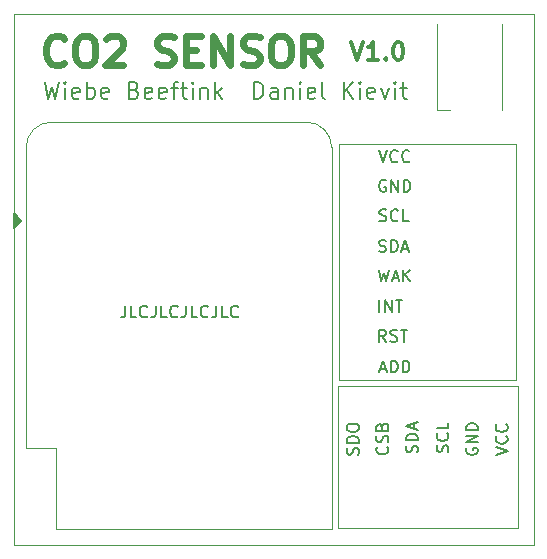
<source format=gbr>
%TF.GenerationSoftware,KiCad,Pcbnew,(5.1.10)-1*%
%TF.CreationDate,2021-06-04T21:06:00+02:00*%
%TF.ProjectId,Monitor,4d6f6e69-746f-4722-9e6b-696361645f70,rev?*%
%TF.SameCoordinates,Original*%
%TF.FileFunction,Legend,Top*%
%TF.FilePolarity,Positive*%
%FSLAX46Y46*%
G04 Gerber Fmt 4.6, Leading zero omitted, Abs format (unit mm)*
G04 Created by KiCad (PCBNEW (5.1.10)-1) date 2021-06-04 21:06:00*
%MOMM*%
%LPD*%
G01*
G04 APERTURE LIST*
%TA.AperFunction,Profile*%
%ADD10C,0.050000*%
%TD*%
%ADD11C,0.150000*%
%ADD12C,0.200000*%
%ADD13C,0.300000*%
%ADD14C,0.625000*%
%ADD15C,0.120000*%
G04 APERTURE END LIST*
D10*
X82000000Y-85000000D02*
X82000000Y-40000000D01*
X126000000Y-85000000D02*
X82000000Y-85000000D01*
X126000000Y-40000000D02*
X126000000Y-85000000D01*
X82000000Y-40000000D02*
X126000000Y-40000000D01*
D11*
X91380952Y-64702380D02*
X91380952Y-65416666D01*
X91333333Y-65559523D01*
X91238095Y-65654761D01*
X91095238Y-65702380D01*
X91000000Y-65702380D01*
X92333333Y-65702380D02*
X91857142Y-65702380D01*
X91857142Y-64702380D01*
X93238095Y-65607142D02*
X93190476Y-65654761D01*
X93047619Y-65702380D01*
X92952380Y-65702380D01*
X92809523Y-65654761D01*
X92714285Y-65559523D01*
X92666666Y-65464285D01*
X92619047Y-65273809D01*
X92619047Y-65130952D01*
X92666666Y-64940476D01*
X92714285Y-64845238D01*
X92809523Y-64750000D01*
X92952380Y-64702380D01*
X93047619Y-64702380D01*
X93190476Y-64750000D01*
X93238095Y-64797619D01*
X93952380Y-64702380D02*
X93952380Y-65416666D01*
X93904761Y-65559523D01*
X93809523Y-65654761D01*
X93666666Y-65702380D01*
X93571428Y-65702380D01*
X94904761Y-65702380D02*
X94428571Y-65702380D01*
X94428571Y-64702380D01*
X95809523Y-65607142D02*
X95761904Y-65654761D01*
X95619047Y-65702380D01*
X95523809Y-65702380D01*
X95380952Y-65654761D01*
X95285714Y-65559523D01*
X95238095Y-65464285D01*
X95190476Y-65273809D01*
X95190476Y-65130952D01*
X95238095Y-64940476D01*
X95285714Y-64845238D01*
X95380952Y-64750000D01*
X95523809Y-64702380D01*
X95619047Y-64702380D01*
X95761904Y-64750000D01*
X95809523Y-64797619D01*
X96523809Y-64702380D02*
X96523809Y-65416666D01*
X96476190Y-65559523D01*
X96380952Y-65654761D01*
X96238095Y-65702380D01*
X96142857Y-65702380D01*
X97476190Y-65702380D02*
X97000000Y-65702380D01*
X97000000Y-64702380D01*
X98380952Y-65607142D02*
X98333333Y-65654761D01*
X98190476Y-65702380D01*
X98095238Y-65702380D01*
X97952380Y-65654761D01*
X97857142Y-65559523D01*
X97809523Y-65464285D01*
X97761904Y-65273809D01*
X97761904Y-65130952D01*
X97809523Y-64940476D01*
X97857142Y-64845238D01*
X97952380Y-64750000D01*
X98095238Y-64702380D01*
X98190476Y-64702380D01*
X98333333Y-64750000D01*
X98380952Y-64797619D01*
X99095238Y-64702380D02*
X99095238Y-65416666D01*
X99047619Y-65559523D01*
X98952380Y-65654761D01*
X98809523Y-65702380D01*
X98714285Y-65702380D01*
X100047619Y-65702380D02*
X99571428Y-65702380D01*
X99571428Y-64702380D01*
X100952380Y-65607142D02*
X100904761Y-65654761D01*
X100761904Y-65702380D01*
X100666666Y-65702380D01*
X100523809Y-65654761D01*
X100428571Y-65559523D01*
X100380952Y-65464285D01*
X100333333Y-65273809D01*
X100333333Y-65130952D01*
X100380952Y-64940476D01*
X100428571Y-64845238D01*
X100523809Y-64750000D01*
X100666666Y-64702380D01*
X100761904Y-64702380D01*
X100904761Y-64750000D01*
X100952380Y-64797619D01*
D12*
X84550000Y-45773333D02*
X84883333Y-47173333D01*
X85150000Y-46173333D01*
X85416666Y-47173333D01*
X85750000Y-45773333D01*
X86283333Y-47173333D02*
X86283333Y-46240000D01*
X86283333Y-45773333D02*
X86216666Y-45840000D01*
X86283333Y-45906666D01*
X86350000Y-45840000D01*
X86283333Y-45773333D01*
X86283333Y-45906666D01*
X87483333Y-47106666D02*
X87350000Y-47173333D01*
X87083333Y-47173333D01*
X86950000Y-47106666D01*
X86883333Y-46973333D01*
X86883333Y-46440000D01*
X86950000Y-46306666D01*
X87083333Y-46240000D01*
X87350000Y-46240000D01*
X87483333Y-46306666D01*
X87550000Y-46440000D01*
X87550000Y-46573333D01*
X86883333Y-46706666D01*
X88150000Y-47173333D02*
X88150000Y-45773333D01*
X88150000Y-46306666D02*
X88283333Y-46240000D01*
X88550000Y-46240000D01*
X88683333Y-46306666D01*
X88750000Y-46373333D01*
X88816666Y-46506666D01*
X88816666Y-46906666D01*
X88750000Y-47040000D01*
X88683333Y-47106666D01*
X88550000Y-47173333D01*
X88283333Y-47173333D01*
X88150000Y-47106666D01*
X89950000Y-47106666D02*
X89816666Y-47173333D01*
X89550000Y-47173333D01*
X89416666Y-47106666D01*
X89350000Y-46973333D01*
X89350000Y-46440000D01*
X89416666Y-46306666D01*
X89550000Y-46240000D01*
X89816666Y-46240000D01*
X89950000Y-46306666D01*
X90016666Y-46440000D01*
X90016666Y-46573333D01*
X89350000Y-46706666D01*
X92150000Y-46440000D02*
X92350000Y-46506666D01*
X92416666Y-46573333D01*
X92483333Y-46706666D01*
X92483333Y-46906666D01*
X92416666Y-47040000D01*
X92350000Y-47106666D01*
X92216666Y-47173333D01*
X91683333Y-47173333D01*
X91683333Y-45773333D01*
X92150000Y-45773333D01*
X92283333Y-45840000D01*
X92350000Y-45906666D01*
X92416666Y-46040000D01*
X92416666Y-46173333D01*
X92350000Y-46306666D01*
X92283333Y-46373333D01*
X92150000Y-46440000D01*
X91683333Y-46440000D01*
X93616666Y-47106666D02*
X93483333Y-47173333D01*
X93216666Y-47173333D01*
X93083333Y-47106666D01*
X93016666Y-46973333D01*
X93016666Y-46440000D01*
X93083333Y-46306666D01*
X93216666Y-46240000D01*
X93483333Y-46240000D01*
X93616666Y-46306666D01*
X93683333Y-46440000D01*
X93683333Y-46573333D01*
X93016666Y-46706666D01*
X94816666Y-47106666D02*
X94683333Y-47173333D01*
X94416666Y-47173333D01*
X94283333Y-47106666D01*
X94216666Y-46973333D01*
X94216666Y-46440000D01*
X94283333Y-46306666D01*
X94416666Y-46240000D01*
X94683333Y-46240000D01*
X94816666Y-46306666D01*
X94883333Y-46440000D01*
X94883333Y-46573333D01*
X94216666Y-46706666D01*
X95283333Y-46240000D02*
X95816666Y-46240000D01*
X95483333Y-47173333D02*
X95483333Y-45973333D01*
X95550000Y-45840000D01*
X95683333Y-45773333D01*
X95816666Y-45773333D01*
X96083333Y-46240000D02*
X96616666Y-46240000D01*
X96283333Y-45773333D02*
X96283333Y-46973333D01*
X96350000Y-47106666D01*
X96483333Y-47173333D01*
X96616666Y-47173333D01*
X97083333Y-47173333D02*
X97083333Y-46240000D01*
X97083333Y-45773333D02*
X97016666Y-45840000D01*
X97083333Y-45906666D01*
X97150000Y-45840000D01*
X97083333Y-45773333D01*
X97083333Y-45906666D01*
X97750000Y-46240000D02*
X97750000Y-47173333D01*
X97750000Y-46373333D02*
X97816666Y-46306666D01*
X97950000Y-46240000D01*
X98150000Y-46240000D01*
X98283333Y-46306666D01*
X98350000Y-46440000D01*
X98350000Y-47173333D01*
X99016666Y-47173333D02*
X99016666Y-45773333D01*
X99150000Y-46640000D02*
X99550000Y-47173333D01*
X99550000Y-46240000D02*
X99016666Y-46773333D01*
X102283333Y-47173333D02*
X102283333Y-45773333D01*
X102616666Y-45773333D01*
X102816666Y-45840000D01*
X102950000Y-45973333D01*
X103016666Y-46106666D01*
X103083333Y-46373333D01*
X103083333Y-46573333D01*
X103016666Y-46840000D01*
X102950000Y-46973333D01*
X102816666Y-47106666D01*
X102616666Y-47173333D01*
X102283333Y-47173333D01*
X104283333Y-47173333D02*
X104283333Y-46440000D01*
X104216666Y-46306666D01*
X104083333Y-46240000D01*
X103816666Y-46240000D01*
X103683333Y-46306666D01*
X104283333Y-47106666D02*
X104150000Y-47173333D01*
X103816666Y-47173333D01*
X103683333Y-47106666D01*
X103616666Y-46973333D01*
X103616666Y-46840000D01*
X103683333Y-46706666D01*
X103816666Y-46640000D01*
X104150000Y-46640000D01*
X104283333Y-46573333D01*
X104950000Y-46240000D02*
X104950000Y-47173333D01*
X104950000Y-46373333D02*
X105016666Y-46306666D01*
X105150000Y-46240000D01*
X105350000Y-46240000D01*
X105483333Y-46306666D01*
X105550000Y-46440000D01*
X105550000Y-47173333D01*
X106216666Y-47173333D02*
X106216666Y-46240000D01*
X106216666Y-45773333D02*
X106150000Y-45840000D01*
X106216666Y-45906666D01*
X106283333Y-45840000D01*
X106216666Y-45773333D01*
X106216666Y-45906666D01*
X107416666Y-47106666D02*
X107283333Y-47173333D01*
X107016666Y-47173333D01*
X106883333Y-47106666D01*
X106816666Y-46973333D01*
X106816666Y-46440000D01*
X106883333Y-46306666D01*
X107016666Y-46240000D01*
X107283333Y-46240000D01*
X107416666Y-46306666D01*
X107483333Y-46440000D01*
X107483333Y-46573333D01*
X106816666Y-46706666D01*
X108283333Y-47173333D02*
X108150000Y-47106666D01*
X108083333Y-46973333D01*
X108083333Y-45773333D01*
X109883333Y-47173333D02*
X109883333Y-45773333D01*
X110683333Y-47173333D02*
X110083333Y-46373333D01*
X110683333Y-45773333D02*
X109883333Y-46573333D01*
X111283333Y-47173333D02*
X111283333Y-46240000D01*
X111283333Y-45773333D02*
X111216666Y-45840000D01*
X111283333Y-45906666D01*
X111350000Y-45840000D01*
X111283333Y-45773333D01*
X111283333Y-45906666D01*
X112483333Y-47106666D02*
X112350000Y-47173333D01*
X112083333Y-47173333D01*
X111950000Y-47106666D01*
X111883333Y-46973333D01*
X111883333Y-46440000D01*
X111950000Y-46306666D01*
X112083333Y-46240000D01*
X112350000Y-46240000D01*
X112483333Y-46306666D01*
X112550000Y-46440000D01*
X112550000Y-46573333D01*
X111883333Y-46706666D01*
X113016666Y-46240000D02*
X113350000Y-47173333D01*
X113683333Y-46240000D01*
X114216666Y-47173333D02*
X114216666Y-46240000D01*
X114216666Y-45773333D02*
X114150000Y-45840000D01*
X114216666Y-45906666D01*
X114283333Y-45840000D01*
X114216666Y-45773333D01*
X114216666Y-45906666D01*
X114683333Y-46240000D02*
X115216666Y-46240000D01*
X114883333Y-45773333D02*
X114883333Y-46973333D01*
X114950000Y-47106666D01*
X115083333Y-47173333D01*
X115216666Y-47173333D01*
D13*
X110494285Y-42408571D02*
X110994285Y-43908571D01*
X111494285Y-42408571D01*
X112780000Y-43908571D02*
X111922857Y-43908571D01*
X112351428Y-43908571D02*
X112351428Y-42408571D01*
X112208571Y-42622857D01*
X112065714Y-42765714D01*
X111922857Y-42837142D01*
X113422857Y-43765714D02*
X113494285Y-43837142D01*
X113422857Y-43908571D01*
X113351428Y-43837142D01*
X113422857Y-43765714D01*
X113422857Y-43908571D01*
X114422857Y-42408571D02*
X114565714Y-42408571D01*
X114708571Y-42480000D01*
X114780000Y-42551428D01*
X114851428Y-42694285D01*
X114922857Y-42980000D01*
X114922857Y-43337142D01*
X114851428Y-43622857D01*
X114780000Y-43765714D01*
X114708571Y-43837142D01*
X114565714Y-43908571D01*
X114422857Y-43908571D01*
X114280000Y-43837142D01*
X114208571Y-43765714D01*
X114137142Y-43622857D01*
X114065714Y-43337142D01*
X114065714Y-42980000D01*
X114137142Y-42694285D01*
X114208571Y-42551428D01*
X114280000Y-42480000D01*
X114422857Y-42408571D01*
D14*
X86210476Y-44122857D02*
X86091428Y-44241904D01*
X85734285Y-44360952D01*
X85496190Y-44360952D01*
X85139047Y-44241904D01*
X84900952Y-44003809D01*
X84781904Y-43765714D01*
X84662857Y-43289523D01*
X84662857Y-42932380D01*
X84781904Y-42456190D01*
X84900952Y-42218095D01*
X85139047Y-41980000D01*
X85496190Y-41860952D01*
X85734285Y-41860952D01*
X86091428Y-41980000D01*
X86210476Y-42099047D01*
X87758095Y-41860952D02*
X88234285Y-41860952D01*
X88472380Y-41980000D01*
X88710476Y-42218095D01*
X88829523Y-42694285D01*
X88829523Y-43527619D01*
X88710476Y-44003809D01*
X88472380Y-44241904D01*
X88234285Y-44360952D01*
X87758095Y-44360952D01*
X87520000Y-44241904D01*
X87281904Y-44003809D01*
X87162857Y-43527619D01*
X87162857Y-42694285D01*
X87281904Y-42218095D01*
X87520000Y-41980000D01*
X87758095Y-41860952D01*
X89781904Y-42099047D02*
X89900952Y-41980000D01*
X90139047Y-41860952D01*
X90734285Y-41860952D01*
X90972380Y-41980000D01*
X91091428Y-42099047D01*
X91210476Y-42337142D01*
X91210476Y-42575238D01*
X91091428Y-42932380D01*
X89662857Y-44360952D01*
X91210476Y-44360952D01*
X94067619Y-44241904D02*
X94424761Y-44360952D01*
X95020000Y-44360952D01*
X95258095Y-44241904D01*
X95377142Y-44122857D01*
X95496190Y-43884761D01*
X95496190Y-43646666D01*
X95377142Y-43408571D01*
X95258095Y-43289523D01*
X95020000Y-43170476D01*
X94543809Y-43051428D01*
X94305714Y-42932380D01*
X94186666Y-42813333D01*
X94067619Y-42575238D01*
X94067619Y-42337142D01*
X94186666Y-42099047D01*
X94305714Y-41980000D01*
X94543809Y-41860952D01*
X95139047Y-41860952D01*
X95496190Y-41980000D01*
X96567619Y-43051428D02*
X97400952Y-43051428D01*
X97758095Y-44360952D02*
X96567619Y-44360952D01*
X96567619Y-41860952D01*
X97758095Y-41860952D01*
X98829523Y-44360952D02*
X98829523Y-41860952D01*
X100258095Y-44360952D01*
X100258095Y-41860952D01*
X101329523Y-44241904D02*
X101686666Y-44360952D01*
X102281904Y-44360952D01*
X102520000Y-44241904D01*
X102639047Y-44122857D01*
X102758095Y-43884761D01*
X102758095Y-43646666D01*
X102639047Y-43408571D01*
X102520000Y-43289523D01*
X102281904Y-43170476D01*
X101805714Y-43051428D01*
X101567619Y-42932380D01*
X101448571Y-42813333D01*
X101329523Y-42575238D01*
X101329523Y-42337142D01*
X101448571Y-42099047D01*
X101567619Y-41980000D01*
X101805714Y-41860952D01*
X102400952Y-41860952D01*
X102758095Y-41980000D01*
X104305714Y-41860952D02*
X104781904Y-41860952D01*
X105020000Y-41980000D01*
X105258095Y-42218095D01*
X105377142Y-42694285D01*
X105377142Y-43527619D01*
X105258095Y-44003809D01*
X105020000Y-44241904D01*
X104781904Y-44360952D01*
X104305714Y-44360952D01*
X104067619Y-44241904D01*
X103829523Y-44003809D01*
X103710476Y-43527619D01*
X103710476Y-42694285D01*
X103829523Y-42218095D01*
X104067619Y-41980000D01*
X104305714Y-41860952D01*
X107877142Y-44360952D02*
X107043809Y-43170476D01*
X106448571Y-44360952D02*
X106448571Y-41860952D01*
X107400952Y-41860952D01*
X107639047Y-41980000D01*
X107758095Y-42099047D01*
X107877142Y-42337142D01*
X107877142Y-42694285D01*
X107758095Y-42932380D01*
X107639047Y-43051428D01*
X107400952Y-43170476D01*
X106448571Y-43170476D01*
D15*
%TO.C,J2*%
X109500000Y-51000000D02*
X109500000Y-71000000D01*
X124500000Y-71000000D02*
X109500000Y-71000000D01*
X124500000Y-51000000D02*
X124500000Y-71000000D01*
X109500000Y-51000000D02*
X124500000Y-51000000D01*
%TO.C,J1*%
X109400000Y-83500000D02*
X109400000Y-71500000D01*
X109400000Y-71500000D02*
X124600000Y-71500000D01*
X124600000Y-71500000D02*
X124600000Y-83500000D01*
X109400000Y-83500000D02*
X124600000Y-83500000D01*
%TO.C,U1*%
X85540000Y-76720000D02*
X85540000Y-83620000D01*
X83000000Y-76720000D02*
X85540000Y-76720000D01*
D11*
G36*
X81960000Y-56865000D02*
G01*
X81960000Y-58135000D01*
X82595000Y-57500000D01*
X81960000Y-56865000D01*
G37*
X81960000Y-56865000D02*
X81960000Y-58135000D01*
X82595000Y-57500000D01*
X81960000Y-56865000D01*
D15*
X106740000Y-49160000D02*
X85130000Y-49160000D01*
X108860000Y-83620000D02*
X108860000Y-51290000D01*
X83000000Y-76720000D02*
X83000000Y-51290000D01*
X85540000Y-83620000D02*
X108860000Y-83620000D01*
X106730000Y-49160000D02*
G75*
G02*
X108860000Y-51290000I0J-2130000D01*
G01*
X83000000Y-51290000D02*
G75*
G02*
X85130000Y-49160000I2130000J0D01*
G01*
%TO.C,D1*%
X117750000Y-48150000D02*
X118900000Y-48150000D01*
X117750000Y-40850000D02*
X117750000Y-48150000D01*
X123250000Y-40850000D02*
X123250000Y-48150000D01*
%TD*%
%TO.C,J2*%
D11*
X112961904Y-70066666D02*
X113438095Y-70066666D01*
X112866666Y-70352380D02*
X113200000Y-69352380D01*
X113533333Y-70352380D01*
X113866666Y-70352380D02*
X113866666Y-69352380D01*
X114104761Y-69352380D01*
X114247619Y-69400000D01*
X114342857Y-69495238D01*
X114390476Y-69590476D01*
X114438095Y-69780952D01*
X114438095Y-69923809D01*
X114390476Y-70114285D01*
X114342857Y-70209523D01*
X114247619Y-70304761D01*
X114104761Y-70352380D01*
X113866666Y-70352380D01*
X114866666Y-70352380D02*
X114866666Y-69352380D01*
X115104761Y-69352380D01*
X115247619Y-69400000D01*
X115342857Y-69495238D01*
X115390476Y-69590476D01*
X115438095Y-69780952D01*
X115438095Y-69923809D01*
X115390476Y-70114285D01*
X115342857Y-70209523D01*
X115247619Y-70304761D01*
X115104761Y-70352380D01*
X114866666Y-70352380D01*
X113452380Y-67752380D02*
X113119047Y-67276190D01*
X112880952Y-67752380D02*
X112880952Y-66752380D01*
X113261904Y-66752380D01*
X113357142Y-66800000D01*
X113404761Y-66847619D01*
X113452380Y-66942857D01*
X113452380Y-67085714D01*
X113404761Y-67180952D01*
X113357142Y-67228571D01*
X113261904Y-67276190D01*
X112880952Y-67276190D01*
X113833333Y-67704761D02*
X113976190Y-67752380D01*
X114214285Y-67752380D01*
X114309523Y-67704761D01*
X114357142Y-67657142D01*
X114404761Y-67561904D01*
X114404761Y-67466666D01*
X114357142Y-67371428D01*
X114309523Y-67323809D01*
X114214285Y-67276190D01*
X114023809Y-67228571D01*
X113928571Y-67180952D01*
X113880952Y-67133333D01*
X113833333Y-67038095D01*
X113833333Y-66942857D01*
X113880952Y-66847619D01*
X113928571Y-66800000D01*
X114023809Y-66752380D01*
X114261904Y-66752380D01*
X114404761Y-66800000D01*
X114690476Y-66752380D02*
X115261904Y-66752380D01*
X114976190Y-67752380D02*
X114976190Y-66752380D01*
X112895238Y-65252380D02*
X112895238Y-64252380D01*
X113371428Y-65252380D02*
X113371428Y-64252380D01*
X113942857Y-65252380D01*
X113942857Y-64252380D01*
X114276190Y-64252380D02*
X114847619Y-64252380D01*
X114561904Y-65252380D02*
X114561904Y-64252380D01*
X112842857Y-61652380D02*
X113080952Y-62652380D01*
X113271428Y-61938095D01*
X113461904Y-62652380D01*
X113700000Y-61652380D01*
X114033333Y-62366666D02*
X114509523Y-62366666D01*
X113938095Y-62652380D02*
X114271428Y-61652380D01*
X114604761Y-62652380D01*
X114938095Y-62652380D02*
X114938095Y-61652380D01*
X115509523Y-62652380D02*
X115080952Y-62080952D01*
X115509523Y-61652380D02*
X114938095Y-62223809D01*
X112885714Y-60104761D02*
X113028571Y-60152380D01*
X113266666Y-60152380D01*
X113361904Y-60104761D01*
X113409523Y-60057142D01*
X113457142Y-59961904D01*
X113457142Y-59866666D01*
X113409523Y-59771428D01*
X113361904Y-59723809D01*
X113266666Y-59676190D01*
X113076190Y-59628571D01*
X112980952Y-59580952D01*
X112933333Y-59533333D01*
X112885714Y-59438095D01*
X112885714Y-59342857D01*
X112933333Y-59247619D01*
X112980952Y-59200000D01*
X113076190Y-59152380D01*
X113314285Y-59152380D01*
X113457142Y-59200000D01*
X113885714Y-60152380D02*
X113885714Y-59152380D01*
X114123809Y-59152380D01*
X114266666Y-59200000D01*
X114361904Y-59295238D01*
X114409523Y-59390476D01*
X114457142Y-59580952D01*
X114457142Y-59723809D01*
X114409523Y-59914285D01*
X114361904Y-60009523D01*
X114266666Y-60104761D01*
X114123809Y-60152380D01*
X113885714Y-60152380D01*
X114838095Y-59866666D02*
X115314285Y-59866666D01*
X114742857Y-60152380D02*
X115076190Y-59152380D01*
X115409523Y-60152380D01*
X112909523Y-57504761D02*
X113052380Y-57552380D01*
X113290476Y-57552380D01*
X113385714Y-57504761D01*
X113433333Y-57457142D01*
X113480952Y-57361904D01*
X113480952Y-57266666D01*
X113433333Y-57171428D01*
X113385714Y-57123809D01*
X113290476Y-57076190D01*
X113100000Y-57028571D01*
X113004761Y-56980952D01*
X112957142Y-56933333D01*
X112909523Y-56838095D01*
X112909523Y-56742857D01*
X112957142Y-56647619D01*
X113004761Y-56600000D01*
X113100000Y-56552380D01*
X113338095Y-56552380D01*
X113480952Y-56600000D01*
X114480952Y-57457142D02*
X114433333Y-57504761D01*
X114290476Y-57552380D01*
X114195238Y-57552380D01*
X114052380Y-57504761D01*
X113957142Y-57409523D01*
X113909523Y-57314285D01*
X113861904Y-57123809D01*
X113861904Y-56980952D01*
X113909523Y-56790476D01*
X113957142Y-56695238D01*
X114052380Y-56600000D01*
X114195238Y-56552380D01*
X114290476Y-56552380D01*
X114433333Y-56600000D01*
X114480952Y-56647619D01*
X115385714Y-57552380D02*
X114909523Y-57552380D01*
X114909523Y-56552380D01*
X113438095Y-54100000D02*
X113342857Y-54052380D01*
X113200000Y-54052380D01*
X113057142Y-54100000D01*
X112961904Y-54195238D01*
X112914285Y-54290476D01*
X112866666Y-54480952D01*
X112866666Y-54623809D01*
X112914285Y-54814285D01*
X112961904Y-54909523D01*
X113057142Y-55004761D01*
X113200000Y-55052380D01*
X113295238Y-55052380D01*
X113438095Y-55004761D01*
X113485714Y-54957142D01*
X113485714Y-54623809D01*
X113295238Y-54623809D01*
X113914285Y-55052380D02*
X113914285Y-54052380D01*
X114485714Y-55052380D01*
X114485714Y-54052380D01*
X114961904Y-55052380D02*
X114961904Y-54052380D01*
X115200000Y-54052380D01*
X115342857Y-54100000D01*
X115438095Y-54195238D01*
X115485714Y-54290476D01*
X115533333Y-54480952D01*
X115533333Y-54623809D01*
X115485714Y-54814285D01*
X115438095Y-54909523D01*
X115342857Y-55004761D01*
X115200000Y-55052380D01*
X114961904Y-55052380D01*
X112866666Y-51552380D02*
X113200000Y-52552380D01*
X113533333Y-51552380D01*
X114438095Y-52457142D02*
X114390476Y-52504761D01*
X114247619Y-52552380D01*
X114152380Y-52552380D01*
X114009523Y-52504761D01*
X113914285Y-52409523D01*
X113866666Y-52314285D01*
X113819047Y-52123809D01*
X113819047Y-51980952D01*
X113866666Y-51790476D01*
X113914285Y-51695238D01*
X114009523Y-51600000D01*
X114152380Y-51552380D01*
X114247619Y-51552380D01*
X114390476Y-51600000D01*
X114438095Y-51647619D01*
X115438095Y-52457142D02*
X115390476Y-52504761D01*
X115247619Y-52552380D01*
X115152380Y-52552380D01*
X115009523Y-52504761D01*
X114914285Y-52409523D01*
X114866666Y-52314285D01*
X114819047Y-52123809D01*
X114819047Y-51980952D01*
X114866666Y-51790476D01*
X114914285Y-51695238D01*
X115009523Y-51600000D01*
X115152380Y-51552380D01*
X115247619Y-51552380D01*
X115390476Y-51600000D01*
X115438095Y-51647619D01*
%TO.C,J1*%
X111104761Y-77309523D02*
X111152380Y-77166666D01*
X111152380Y-76928571D01*
X111104761Y-76833333D01*
X111057142Y-76785714D01*
X110961904Y-76738095D01*
X110866666Y-76738095D01*
X110771428Y-76785714D01*
X110723809Y-76833333D01*
X110676190Y-76928571D01*
X110628571Y-77119047D01*
X110580952Y-77214285D01*
X110533333Y-77261904D01*
X110438095Y-77309523D01*
X110342857Y-77309523D01*
X110247619Y-77261904D01*
X110200000Y-77214285D01*
X110152380Y-77119047D01*
X110152380Y-76880952D01*
X110200000Y-76738095D01*
X111152380Y-76309523D02*
X110152380Y-76309523D01*
X110152380Y-76071428D01*
X110200000Y-75928571D01*
X110295238Y-75833333D01*
X110390476Y-75785714D01*
X110580952Y-75738095D01*
X110723809Y-75738095D01*
X110914285Y-75785714D01*
X111009523Y-75833333D01*
X111104761Y-75928571D01*
X111152380Y-76071428D01*
X111152380Y-76309523D01*
X110152380Y-75119047D02*
X110152380Y-74928571D01*
X110200000Y-74833333D01*
X110295238Y-74738095D01*
X110485714Y-74690476D01*
X110819047Y-74690476D01*
X111009523Y-74738095D01*
X111104761Y-74833333D01*
X111152380Y-74928571D01*
X111152380Y-75119047D01*
X111104761Y-75214285D01*
X111009523Y-75309523D01*
X110819047Y-75357142D01*
X110485714Y-75357142D01*
X110295238Y-75309523D01*
X110200000Y-75214285D01*
X110152380Y-75119047D01*
X113557142Y-76666666D02*
X113604761Y-76714285D01*
X113652380Y-76857142D01*
X113652380Y-76952380D01*
X113604761Y-77095238D01*
X113509523Y-77190476D01*
X113414285Y-77238095D01*
X113223809Y-77285714D01*
X113080952Y-77285714D01*
X112890476Y-77238095D01*
X112795238Y-77190476D01*
X112700000Y-77095238D01*
X112652380Y-76952380D01*
X112652380Y-76857142D01*
X112700000Y-76714285D01*
X112747619Y-76666666D01*
X113604761Y-76285714D02*
X113652380Y-76142857D01*
X113652380Y-75904761D01*
X113604761Y-75809523D01*
X113557142Y-75761904D01*
X113461904Y-75714285D01*
X113366666Y-75714285D01*
X113271428Y-75761904D01*
X113223809Y-75809523D01*
X113176190Y-75904761D01*
X113128571Y-76095238D01*
X113080952Y-76190476D01*
X113033333Y-76238095D01*
X112938095Y-76285714D01*
X112842857Y-76285714D01*
X112747619Y-76238095D01*
X112700000Y-76190476D01*
X112652380Y-76095238D01*
X112652380Y-75857142D01*
X112700000Y-75714285D01*
X113128571Y-74952380D02*
X113176190Y-74809523D01*
X113223809Y-74761904D01*
X113319047Y-74714285D01*
X113461904Y-74714285D01*
X113557142Y-74761904D01*
X113604761Y-74809523D01*
X113652380Y-74904761D01*
X113652380Y-75285714D01*
X112652380Y-75285714D01*
X112652380Y-74952380D01*
X112700000Y-74857142D01*
X112747619Y-74809523D01*
X112842857Y-74761904D01*
X112938095Y-74761904D01*
X113033333Y-74809523D01*
X113080952Y-74857142D01*
X113128571Y-74952380D01*
X113128571Y-75285714D01*
X116104761Y-77114285D02*
X116152380Y-76971428D01*
X116152380Y-76733333D01*
X116104761Y-76638095D01*
X116057142Y-76590476D01*
X115961904Y-76542857D01*
X115866666Y-76542857D01*
X115771428Y-76590476D01*
X115723809Y-76638095D01*
X115676190Y-76733333D01*
X115628571Y-76923809D01*
X115580952Y-77019047D01*
X115533333Y-77066666D01*
X115438095Y-77114285D01*
X115342857Y-77114285D01*
X115247619Y-77066666D01*
X115200000Y-77019047D01*
X115152380Y-76923809D01*
X115152380Y-76685714D01*
X115200000Y-76542857D01*
X116152380Y-76114285D02*
X115152380Y-76114285D01*
X115152380Y-75876190D01*
X115200000Y-75733333D01*
X115295238Y-75638095D01*
X115390476Y-75590476D01*
X115580952Y-75542857D01*
X115723809Y-75542857D01*
X115914285Y-75590476D01*
X116009523Y-75638095D01*
X116104761Y-75733333D01*
X116152380Y-75876190D01*
X116152380Y-76114285D01*
X115866666Y-75161904D02*
X115866666Y-74685714D01*
X116152380Y-75257142D02*
X115152380Y-74923809D01*
X116152380Y-74590476D01*
X118704761Y-77090476D02*
X118752380Y-76947619D01*
X118752380Y-76709523D01*
X118704761Y-76614285D01*
X118657142Y-76566666D01*
X118561904Y-76519047D01*
X118466666Y-76519047D01*
X118371428Y-76566666D01*
X118323809Y-76614285D01*
X118276190Y-76709523D01*
X118228571Y-76900000D01*
X118180952Y-76995238D01*
X118133333Y-77042857D01*
X118038095Y-77090476D01*
X117942857Y-77090476D01*
X117847619Y-77042857D01*
X117800000Y-76995238D01*
X117752380Y-76900000D01*
X117752380Y-76661904D01*
X117800000Y-76519047D01*
X118657142Y-75519047D02*
X118704761Y-75566666D01*
X118752380Y-75709523D01*
X118752380Y-75804761D01*
X118704761Y-75947619D01*
X118609523Y-76042857D01*
X118514285Y-76090476D01*
X118323809Y-76138095D01*
X118180952Y-76138095D01*
X117990476Y-76090476D01*
X117895238Y-76042857D01*
X117800000Y-75947619D01*
X117752380Y-75804761D01*
X117752380Y-75709523D01*
X117800000Y-75566666D01*
X117847619Y-75519047D01*
X118752380Y-74614285D02*
X118752380Y-75090476D01*
X117752380Y-75090476D01*
X120300000Y-76761904D02*
X120252380Y-76857142D01*
X120252380Y-77000000D01*
X120300000Y-77142857D01*
X120395238Y-77238095D01*
X120490476Y-77285714D01*
X120680952Y-77333333D01*
X120823809Y-77333333D01*
X121014285Y-77285714D01*
X121109523Y-77238095D01*
X121204761Y-77142857D01*
X121252380Y-77000000D01*
X121252380Y-76904761D01*
X121204761Y-76761904D01*
X121157142Y-76714285D01*
X120823809Y-76714285D01*
X120823809Y-76904761D01*
X121252380Y-76285714D02*
X120252380Y-76285714D01*
X121252380Y-75714285D01*
X120252380Y-75714285D01*
X121252380Y-75238095D02*
X120252380Y-75238095D01*
X120252380Y-75000000D01*
X120300000Y-74857142D01*
X120395238Y-74761904D01*
X120490476Y-74714285D01*
X120680952Y-74666666D01*
X120823809Y-74666666D01*
X121014285Y-74714285D01*
X121109523Y-74761904D01*
X121204761Y-74857142D01*
X121252380Y-75000000D01*
X121252380Y-75238095D01*
X122752380Y-77333333D02*
X123752380Y-77000000D01*
X122752380Y-76666666D01*
X123657142Y-75761904D02*
X123704761Y-75809523D01*
X123752380Y-75952380D01*
X123752380Y-76047619D01*
X123704761Y-76190476D01*
X123609523Y-76285714D01*
X123514285Y-76333333D01*
X123323809Y-76380952D01*
X123180952Y-76380952D01*
X122990476Y-76333333D01*
X122895238Y-76285714D01*
X122800000Y-76190476D01*
X122752380Y-76047619D01*
X122752380Y-75952380D01*
X122800000Y-75809523D01*
X122847619Y-75761904D01*
X123657142Y-74761904D02*
X123704761Y-74809523D01*
X123752380Y-74952380D01*
X123752380Y-75047619D01*
X123704761Y-75190476D01*
X123609523Y-75285714D01*
X123514285Y-75333333D01*
X123323809Y-75380952D01*
X123180952Y-75380952D01*
X122990476Y-75333333D01*
X122895238Y-75285714D01*
X122800000Y-75190476D01*
X122752380Y-75047619D01*
X122752380Y-74952380D01*
X122800000Y-74809523D01*
X122847619Y-74761904D01*
%TD*%
M02*

</source>
